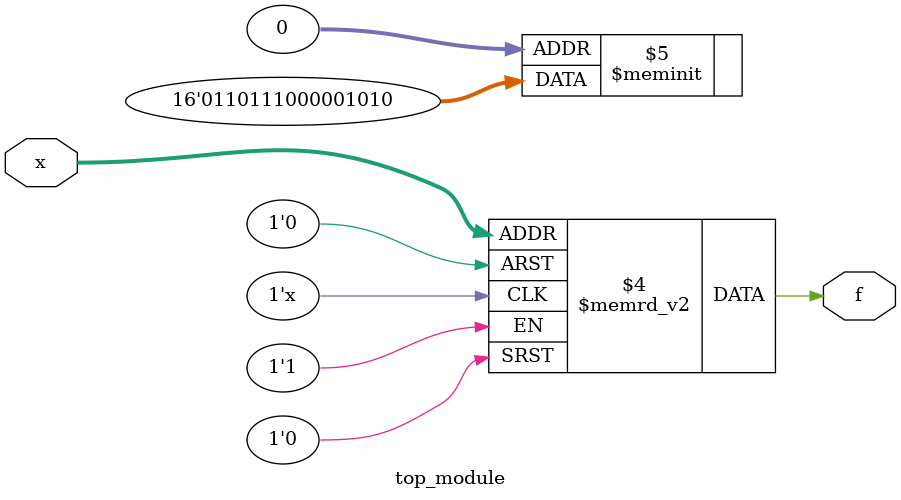
<source format=sv>
module top_module (
    input [4:1] x,
    output logic f
);

always_comb begin
    case (x)
        4'b0001, 4'b0011, 4'b1001, 4'b1011, 4'b1101, 4'b1110: f = 1'b1;
        4'b0100, 4'b0101, 4'b0111, 4'b1000: f = 1'b0;
        4'b1010: f = 1'b1; // handle don't-care case
        default: f = 1'b0; // handle any other cases
    endcase
end

endmodule

</source>
